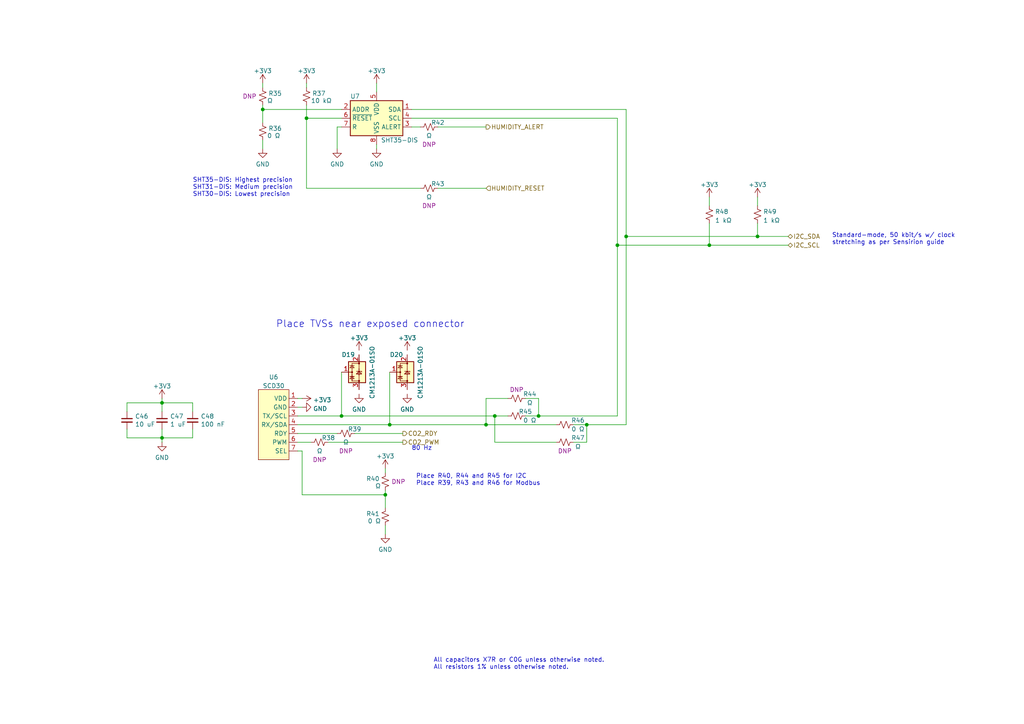
<source format=kicad_sch>
(kicad_sch (version 20211123) (generator eeschema)
  (paper "A4")
  (title_block (title "CANbus Acquisition Module") (date "2022-06-01") (rev "A1") (company "École de Technologie Supérieure - Laboratoire thermique et science du bâtiment (LTSB)") (comment 1 "Designer: Hugo Boyce"))
  (lib_symbols
    (symbol "CAN-Acquisition-Module:SCD30"
      (property "Reference" "U" (at 1.27 1.27 0))
      (property "Value" "SCD30" (at 6.35 -21.59 0))
      (symbol "SCD30_0_1"
        (rectangle (start 0 0) (end 8.89 -20.32) (stroke (width 0.1524)) (fill (type background)))
      )
      (symbol "SCD30_1_1"
        (pin power_in line (at 11.43 -2.54 180) (length 2.54) (name "VDD") (number "1"))
        (pin power_in line (at 11.43 -5.08 180) (length 2.54) (name "GND") (number "2"))
        (pin bidirectional line (at 11.43 -7.62 180) (length 2.54) (name "TX/SCL") (number "3"))
        (pin bidirectional line (at 11.43 -10.16 180) (length 2.54) (name "RX/SDA") (number "4"))
        (pin output line (at 11.43 -12.7 180) (length 2.54) (name "RDY") (number "5"))
        (pin output line (at 11.43 -15.24 180) (length 2.54) (name "PWM") (number "6"))
        (pin input line (at 11.43 -17.78 180) (length 2.54) (name "SEL") (number "7"))
      )
    )
    (symbol "Device:C_Small" (pin_numbers hide) (pin_names (offset 0.254) hide)
      (property "Reference" "C" (at 0.254 1.778 0))
      (property "Value" "C_Small" (at 0.254 -2.032 0))
      (symbol "C_Small_0_1"
        (polyline (pts (xy -1.524 -0.508) (xy 1.524 -0.508)) (stroke (width 0.3302)))
        (polyline (pts (xy -1.524 0.508) (xy 1.524 0.508)) (stroke (width 0.3048)))
      )
      (symbol "C_Small_1_1"
        (pin passive line (at 0 2.54 270) (length 2.032) (name "~") (number "1"))
        (pin passive line (at 0 -2.54 90) (length 2.032) (name "~") (number "2"))
      )
    )
    (symbol "Device:R_Small_US" (pin_numbers hide) (pin_names (offset 0.254) hide)
      (property "Reference" "R" (at 0.762 0.508 0))
      (property "Value" "R_Small_US" (at 0.762 -1.016 0))
      (symbol "R_Small_US_1_1"
        (polyline (pts (xy 0 0) (xy 1.016 -0.381) (xy 0 -0.762) (xy -1.016 -1.143) (xy 0 -1.524)))
        (polyline (pts (xy 0 1.524) (xy 1.016 1.143) (xy 0 0.762) (xy -1.016 0.381) (xy 0 0)))
        (pin passive line (at 0 2.54 270) (length 1.016) (name "~") (number "1"))
        (pin passive line (at 0 -2.54 90) (length 1.016) (name "~") (number "2"))
      )
    )
    (symbol "Power_Protection:CM1213A-01SO" (pin_names hide)
      (property "Reference" "D" (at 0 5.08 0))
      (property "Value" "CM1213A-01SO" (at 0 3.175 0))
      (symbol "CM1213A-01SO_0_1"
        (rectangle (start -3.048 -3.048) (end 3.048 1.905) (stroke (width 0.254)) (fill (type background)))
        (circle (center -2.54 0) (radius 0.2032) (fill (type outline)))
        (circle (center 0 -2.032) (radius 0.2032) (fill (type outline)))
        (polyline (pts (xy -2.54 -2.032) (xy -2.54 0)))
        (polyline (pts (xy -1.905 -2.667) (xy -1.905 -1.397)))
        (polyline (pts (xy -1.016 0) (xy -3.81 0)))
        (polyline (pts (xy -0.635 -2.032) (xy -2.54 -2.032)))
        (polyline (pts (xy -0.635 -2.032) (xy 0.635 -2.032)))
        (polyline (pts (xy -0.254 -0.762) (xy -0.254 0.762)))
        (polyline (pts (xy -0.254 0.762) (xy -0.254 0.762)))
        (polyline (pts (xy 0 -2.54) (xy 0 -2.032)))
        (polyline (pts (xy 0 0.762) (xy -0.254 0.762)))
        (polyline (pts (xy 0.889 0) (xy -1.016 0)))
        (polyline (pts (xy 0.889 0) (xy -1.016 0)))
        (polyline (pts (xy 0.889 0) (xy 2.54 0)))
        (polyline (pts (xy 1.27 -2.667) (xy 1.27 -1.397)))
        (polyline (pts (xy 1.27 -2.667) (xy 1.27 -1.397)))
        (polyline (pts (xy 2.54 -2.032) (xy 0.635 -2.032)))
        (polyline (pts (xy 2.54 -2.032) (xy 0.635 -2.032)))
        (polyline (pts (xy 2.54 -2.032) (xy 2.54 0)))
        (polyline (pts (xy -1.27 -2.667) (xy -1.27 -1.397) (xy -1.905 -2.032) (xy -1.27 -2.667)))
        (polyline (pts (xy 0.508 -0.762) (xy 0.508 0.762) (xy -0.254 0) (xy 0.508 -0.762)))
        (polyline (pts (xy 0.508 -0.762) (xy 0.508 0.762) (xy -0.254 0) (xy 0.508 -0.762)))
        (polyline (pts (xy 1.905 -2.667) (xy 1.905 -1.397) (xy 1.27 -2.032) (xy 1.905 -2.667)))
        (circle (center 2.54 0) (radius 0.2032) (fill (type outline)))
      )
      (symbol "CM1213A-01SO_1_1"
        (pin passive line (at 0 -5.08 90) (length 2.54) (name "CH1") (number "1"))
        (pin passive line (at -5.08 0 0) (length 2.54) (name "VP") (number "2"))
        (pin passive line (at 5.08 0 180) (length 2.54) (name "VN") (number "3"))
      )
    )
    (symbol "Sensor_Humidity:SHT35-DIS"
      (property "Reference" "U" (at -6.35 6.35 0))
      (property "Value" "SHT35-DIS" (at 6.35 6.35 0))
      (symbol "SHT35-DIS_0_1"
        (rectangle (start -7.62 5.08) (end 7.62 -5.08) (stroke (width 0.254)) (fill (type background)))
      )
      (symbol "SHT35-DIS_1_1"
        (pin bidirectional line (at 10.16 2.54 180) (length 2.54) (name "SDA") (number "1"))
        (pin input line (at -10.16 2.54 0) (length 2.54) (name "ADDR") (number "2"))
        (pin output line (at 10.16 -2.54 180) (length 2.54) (name "ALERT") (number "3"))
        (pin input line (at 10.16 0 180) (length 2.54) (name "SCL") (number "4"))
        (pin power_in line (at 0 7.62 270) (length 2.54) (name "VDD") (number "5"))
        (pin input line (at -10.16 0 0) (length 2.54) (name "~{RESET}") (number "6"))
        (pin passive line (at -10.16 -2.54 0) (length 2.54) (name "R") (number "7"))
        (pin power_in line (at 0 -7.62 90) (length 2.54) (name "VSS") (number "8"))
        (pin passive line (at 0 -7.62 90) (length 2.54) hide (name "VSS") (number "9"))
      )
    )
    (symbol "power:+3.3V" (power) (pin_names (offset 0))
      (property "Value" "+3.3V" (at 0 3.556 0))
      (symbol "+3.3V_0_1"
        (polyline (pts (xy -0.762 1.27) (xy 0 2.54)))
        (polyline (pts (xy 0 0) (xy 0 2.54)))
        (polyline (pts (xy 0 2.54) (xy 0.762 1.27)))
      )
      (symbol "+3.3V_1_1"
        (pin power_in line (at 0 0 90) (length 0) hide (name "+3V3") (number "1"))
      )
    )
    (symbol "power:GND" (power) (pin_names (offset 0))
      (property "Value" "GND" (at 0 -3.81 0))
      (symbol "GND_0_1"
        (polyline (pts (xy 0 0) (xy 0 -1.27) (xy 1.27 -1.27) (xy 0 -2.54) (xy -1.27 -1.27) (xy 0 -1.27)))
      )
      (symbol "GND_1_1"
        (pin power_in line (at 0 0 270) (length 0) hide (name "GND") (number "1"))
      )
    )
  )
  (junction (at 179.07 71.12))
  (junction (at 46.99 116.84))
  (junction (at 113.03 123.19))
  (junction (at 46.99 127))
  (junction (at 88.9 34.29))
  (junction (at 170.18 123.19))
  (junction (at 140.97 123.19))
  (junction (at 205.74 71.12))
  (junction (at 76.2 31.75))
  (junction (at 143.51 120.65))
  (junction (at 111.76 143.51))
  (junction (at 219.71 68.58))
  (junction (at 181.61 68.58))
  (junction (at 99.06 120.65))
  (junction (at 156.21 120.65))
  (wire (pts (xy 219.71 57.15) (xy 219.71 59.69)))
  (wire (pts (xy 46.99 127) (xy 46.99 124.46)))
  (wire (pts (xy 76.2 31.75) (xy 99.06 31.75)))
  (wire (pts (xy 205.74 71.12) (xy 228.6 71.12)))
  (wire (pts (xy 113.03 123.19) (xy 140.97 123.19)))
  (wire (pts (xy 87.63 118.11) (xy 86.36 118.11)))
  (wire (pts (xy 143.51 120.65) (xy 147.32 120.65)))
  (wire (pts (xy 179.07 71.12) (xy 205.74 71.12)))
  (wire (pts (xy 205.74 64.77) (xy 205.74 71.12)))
  (wire (pts (xy 55.88 116.84) (xy 46.99 116.84)))
  (wire (pts (xy 86.36 120.65) (xy 99.06 120.65)))
  (wire (pts (xy 76.2 31.75) (xy 76.2 35.56)))
  (wire (pts (xy 46.99 115.57) (xy 46.99 116.84)))
  (wire (pts (xy 76.2 40.64) (xy 76.2 43.18)))
  (wire (pts (xy 119.38 31.75) (xy 181.61 31.75)))
  (wire (pts (xy 87.63 130.81) (xy 87.63 143.51)))
  (wire (pts (xy 76.2 30.48) (xy 76.2 31.75)))
  (wire (pts (xy 119.38 36.83) (xy 121.92 36.83)))
  (wire (pts (xy 127 54.61) (xy 140.97 54.61)))
  (wire (pts (xy 88.9 30.48) (xy 88.9 34.29)))
  (wire (pts (xy 111.76 135.89) (xy 111.76 137.16)))
  (wire (pts (xy 181.61 31.75) (xy 181.61 68.58)))
  (wire (pts (xy 99.06 107.95) (xy 99.06 120.65)))
  (wire (pts (xy 95.25 128.27) (xy 116.84 128.27)))
  (wire (pts (xy 111.76 152.4) (xy 111.76 154.94)))
  (wire (pts (xy 109.22 24.13) (xy 109.22 26.67)))
  (wire (pts (xy 111.76 143.51) (xy 111.76 147.32)))
  (wire (pts (xy 179.07 71.12) (xy 179.07 120.65)))
  (wire (pts (xy 127 36.83) (xy 140.97 36.83)))
  (wire (pts (xy 181.61 68.58) (xy 181.61 123.19)))
  (wire (pts (xy 170.18 123.19) (xy 181.61 123.19)))
  (wire (pts (xy 99.06 120.65) (xy 143.51 120.65)))
  (wire (pts (xy 166.37 128.27) (xy 170.18 128.27)))
  (wire (pts (xy 102.87 125.73) (xy 116.84 125.73)))
  (wire (pts (xy 179.07 34.29) (xy 179.07 71.12)))
  (wire (pts (xy 86.36 123.19) (xy 113.03 123.19)))
  (wire (pts (xy 156.21 120.65) (xy 179.07 120.65)))
  (wire (pts (xy 156.21 120.65) (xy 156.21 115.57)))
  (wire (pts (xy 55.88 127) (xy 55.88 124.46)))
  (wire (pts (xy 36.83 116.84) (xy 46.99 116.84)))
  (wire (pts (xy 119.38 34.29) (xy 179.07 34.29)))
  (wire (pts (xy 36.83 119.38) (xy 36.83 116.84)))
  (wire (pts (xy 76.2 24.13) (xy 76.2 25.4)))
  (wire (pts (xy 88.9 54.61) (xy 121.92 54.61)))
  (wire (pts (xy 181.61 68.58) (xy 219.71 68.58)))
  (wire (pts (xy 205.74 57.15) (xy 205.74 59.69)))
  (wire (pts (xy 143.51 128.27) (xy 143.51 120.65)))
  (wire (pts (xy 46.99 127) (xy 55.88 127)))
  (wire (pts (xy 140.97 115.57) (xy 140.97 123.19)))
  (wire (pts (xy 219.71 68.58) (xy 228.6 68.58)))
  (wire (pts (xy 46.99 119.38) (xy 46.99 116.84)))
  (wire (pts (xy 87.63 143.51) (xy 111.76 143.51)))
  (wire (pts (xy 86.36 125.73) (xy 97.79 125.73)))
  (wire (pts (xy 166.37 123.19) (xy 170.18 123.19)))
  (wire (pts (xy 219.71 64.77) (xy 219.71 68.58)))
  (wire (pts (xy 88.9 24.13) (xy 88.9 25.4)))
  (wire (pts (xy 87.63 115.57) (xy 86.36 115.57)))
  (wire (pts (xy 36.83 127) (xy 36.83 124.46)))
  (wire (pts (xy 46.99 127) (xy 46.99 128.27)))
  (wire (pts (xy 161.29 128.27) (xy 143.51 128.27)))
  (wire (pts (xy 55.88 119.38) (xy 55.88 116.84)))
  (wire (pts (xy 99.06 36.83) (xy 97.79 36.83)))
  (wire (pts (xy 86.36 128.27) (xy 90.17 128.27)))
  (wire (pts (xy 86.36 130.81) (xy 87.63 130.81)))
  (wire (pts (xy 97.79 36.83) (xy 97.79 43.18)))
  (wire (pts (xy 99.06 34.29) (xy 88.9 34.29)))
  (wire (pts (xy 147.32 115.57) (xy 140.97 115.57)))
  (wire (pts (xy 170.18 128.27) (xy 170.18 123.19)))
  (wire (pts (xy 156.21 115.57) (xy 152.4 115.57)))
  (wire (pts (xy 111.76 142.24) (xy 111.76 143.51)))
  (wire (pts (xy 88.9 34.29) (xy 88.9 54.61)))
  (wire (pts (xy 109.22 41.91) (xy 109.22 43.18)))
  (wire (pts (xy 152.4 120.65) (xy 156.21 120.65)))
  (wire (pts (xy 113.03 107.95) (xy 113.03 123.19)))
  (wire (pts (xy 140.97 123.19) (xy 161.29 123.19)))
  (wire (pts (xy 46.99 127) (xy 36.83 127)))
  (text "80 Hz" (at 119.38 130.81 0) (effects (font (size 1.27 1.27)) (justify left bottom)))
  (text "SHT35-DIS: Highest precision\nSHT31-DIS: Medium precision\nSHT30-DIS: Lowest precision" (at 55.88 57.15 0) (effects (font (size 1.27 1.27)) (justify left bottom)))
  (text "All capacitors X7R or C0G unless otherwise noted.\nAll resistors 1% unless otherwise noted." (at 125.73 194.31 0) (effects (font (size 1.27 1.27)) (justify left bottom)))
  (text "Place R40, R44 and R45 for I2C\nPlace R39, R43 and R46 for Modbus" (at 120.65 140.97 0) (effects (font (size 1.27 1.27)) (justify left bottom)))
  (text "Standard-mode, 50 kbit/s w/ clock\nstretching as per Sensirion guide" (at 241.3 71.12 0) (effects (font (size 1.27 1.27)) (justify left bottom)))
  (text "Place TVSs near exposed connector" (at 80.01 95.25 0) (effects (font (size 2 2)) (justify left bottom)))
  (hierarchical_label "I2C_SDA" (shape bidirectional) (at 228.6 68.58 0))
  (hierarchical_label "CO2_PWM" (shape output) (at 116.84 128.27 0))
  (hierarchical_label "I2C_SCL" (shape bidirectional) (at 228.6 71.12 0))
  (hierarchical_label "HUMIDITY_RESET" (shape input) (at 140.97 54.61 0))
  (hierarchical_label "HUMIDITY_ALERT" (shape output) (at 140.97 36.83 0))
  (hierarchical_label "CO2_RDY" (shape output) (at 116.84 125.73 0))
  (symbol (lib_id "Power_Protection:CM1213A-01SO") (at 118.11 107.95 270) (unit 1)
    (property "Reference" "D20" (at 113.03 102.87 90) (effects (justify left)))
    (property "Value" "CM1213A-01SO" (at 121.92 100.33 0) (effects (justify left)))
    (property "Footprint" "Package_TO_SOT_SMD:SOT-23" (effects hide))
    (property "Datasheet" "http://www.onsemi.com/pub_link/Collateral/CM1213A-D.PDF" (effects hide))
  )
  (symbol (lib_id "power:+3.3V") (at 109.22 24.13 0) (unit 1)
    (property "Reference" "#PWR0127" (effects hide))
    (property "Value" "+3.3V" (at 109.22 20.5542 0))
  )
  (symbol (lib_id "power:GND") (at 87.63 118.11 90) (unit 1)
    (property "Reference" "#PWR0122" (effects hide))
    (property "Value" "GND" (at 90.805 118.5438 90) (effects (justify right)))
  )
  (symbol (lib_id "Device:R_Small_US") (at 92.71 128.27 90) (unit 1)
    (property "Reference" "R38" (at 95.25 127 90))
    (property "Value" "Ω" (at 92.71 130.81 90))
    (property "Footprint" "Resistor_SMD:R_0603_1608Metric" (effects hide))
    (property "Do Not Place" "DNP" (at 92.71 133.3469 90))
  )
  (symbol (lib_id "Device:C_Small") (at 55.88 121.92 0) (unit 1)
    (property "Reference" "C48" (at 58.2168 120.7516 0) (effects (justify left)))
    (property "Value" "100 nF" (at 58.2168 123.063 0) (effects (justify left)))
    (property "Footprint" "Capacitor_SMD:C_0402_1005Metric" (effects hide))
    (property "Mfr." "KYOCERA AVX " (effects hide))
    (property "P/N" "0402YC104KAT2A" (effects hide))
    (property "Rated Voltage" "16V" (effects hide))
  )
  (symbol (lib_id "power:GND") (at 111.76 154.94 0) (mirror y) (unit 1)
    (property "Reference" "#PWR0130" (effects hide))
    (property "Value" "GND" (at 111.76 159.3834 0))
  )
  (symbol (lib_id "Power_Protection:CM1213A-01SO") (at 104.14 107.95 270) (unit 1)
    (property "Reference" "D19" (at 99.06 102.87 90) (effects (justify left)))
    (property "Value" "CM1213A-01SO" (at 107.95 100.33 0) (effects (justify left)))
    (property "Footprint" "Package_TO_SOT_SMD:SOT-23" (effects hide))
    (property "Datasheet" "http://www.onsemi.com/pub_link/Collateral/CM1213A-D.PDF" (effects hide))
  )
  (symbol (lib_id "Device:R_Small_US") (at 163.83 123.19 90) (unit 1)
    (property "Reference" "R46" (at 167.64 121.92 90))
    (property "Value" "0 Ω" (at 167.64 124.46 90))
    (property "Footprint" "Resistor_SMD:R_0603_1608Metric" (effects hide))
  )
  (symbol (lib_id "Device:R_Small_US") (at 149.86 120.65 90) (unit 1)
    (property "Reference" "R45" (at 152.4 119.38 90))
    (property "Value" "0 Ω" (at 153.67 121.92 90))
    (property "Footprint" "Resistor_SMD:R_0603_1608Metric" (effects hide))
  )
  (symbol (lib_id "CAN-Acquisition-Module:SCD30") (at 74.93 113.03 0) (unit 1)
    (property "Reference" "U6" (at 79.375 109.381 0))
    (property "Value" "SCD30" (at 79.375 111.9179 0))
    (property "Footprint" "CAN-Acquisition-Module:SCD30" (effects hide))
    (property "Datasheet" "https://sensirion.com/media/documents/4EAF6AF8/61652C3C/Sensirion_CO2_Sensors_SCD30_Datasheet.pdf" (effects hide))
  )
  (symbol (lib_id "Device:R_Small_US") (at 124.46 36.83 90) (unit 1)
    (property "Reference" "R42" (at 127 35.56 90))
    (property "Value" "Ω" (at 124.46 39.37 90))
    (property "Footprint" "Resistor_SMD:R_0603_1608Metric" (effects hide))
    (property "Do Not Place" "DNP" (at 124.46 41.91 90))
  )
  (symbol (lib_id "power:GND") (at 76.2 43.18 0) (unit 1)
    (property "Reference" "#PWR0120" (effects hide))
    (property "Value" "GND" (at 76.2 47.6234 0))
  )
  (symbol (lib_id "Device:R_Small_US") (at 205.74 62.23 0) (unit 1)
    (property "Reference" "R48" (at 207.391 61.3953 0) (effects (justify left)))
    (property "Value" "1 kΩ" (at 207.391 63.9322 0) (effects (justify left)))
    (property "Footprint" "Resistor_SMD:R_0603_1608Metric" (effects hide))
  )
  (symbol (lib_id "power:GND") (at 109.22 43.18 0) (unit 1)
    (property "Reference" "#PWR0128" (effects hide))
    (property "Value" "GND" (at 109.22 47.6234 0))
  )
  (symbol (lib_id "Device:R_Small_US") (at 76.2 27.94 0) (unit 1)
    (property "Reference" "R35" (at 77.851 27.1053 0) (effects (justify left)))
    (property "Value" "Ω" (at 77.47 29.21 0) (effects (justify left)))
    (property "Footprint" "Resistor_SMD:R_0603_1608Metric" (effects hide))
    (property "Do Not Place" "DNP" (at 72.39 27.94 0))
  )
  (symbol (lib_id "power:+3.3V") (at 219.71 57.15 0) (unit 1)
    (property "Reference" "#PWR0134" (effects hide))
    (property "Value" "+3.3V" (at 219.71 53.5742 0))
  )
  (symbol (lib_id "power:GND") (at 46.99 128.27 0) (unit 1)
    (property "Reference" "#PWR0118" (effects hide))
    (property "Value" "GND" (at 46.99 132.7134 0))
  )
  (symbol (lib_id "power:GND") (at 118.11 114.3 0) (unit 1)
    (property "Reference" "#PWR0132" (effects hide))
    (property "Value" "GND" (at 118.11 118.7434 0))
  )
  (symbol (lib_id "Device:R_Small_US") (at 100.33 125.73 90) (unit 1)
    (property "Reference" "R39" (at 102.87 124.46 90))
    (property "Value" "Ω" (at 100.33 128.27 90))
    (property "Footprint" "Resistor_SMD:R_0603_1608Metric" (effects hide))
    (property "Do Not Place" "DNP" (at 100.33 130.81 90))
  )
  (symbol (lib_id "Device:R_Small_US") (at 111.76 139.7 0) (mirror y) (unit 1)
    (property "Reference" "R40" (at 110.109 138.8653 0) (effects (justify left)))
    (property "Value" "Ω" (at 110.49 140.97 0) (effects (justify left)))
    (property "Footprint" "Resistor_SMD:R_0603_1608Metric" (effects hide))
    (property "Do Not Place" "DNP" (at 115.57 139.7 0))
  )
  (symbol (lib_id "Device:R_Small_US") (at 76.2 38.1 0) (unit 1)
    (property "Reference" "R36" (at 77.851 37.2653 0) (effects (justify left)))
    (property "Value" "0 Ω" (at 77.47 39.37 0) (effects (justify left)))
    (property "Footprint" "Resistor_SMD:R_0603_1608Metric" (effects hide))
  )
  (symbol (lib_id "Device:R_Small_US") (at 149.86 115.57 90) (unit 1)
    (property "Reference" "R44" (at 153.67 114.3 90))
    (property "Value" "Ω" (at 153.67 116.84 90))
    (property "Footprint" "Resistor_SMD:R_0603_1608Metric" (effects hide))
    (property "Do Not Place" "DNP" (at 149.86 113.03 90))
  )
  (symbol (lib_id "Device:C_Small") (at 36.83 121.92 0) (unit 1)
    (property "Reference" "C46" (at 39.1668 120.7516 0) (effects (justify left)))
    (property "Value" "10 uF" (at 39.1668 123.063 0) (effects (justify left)))
    (property "Footprint" "Capacitor_SMD:C_0805_2012Metric" (effects hide))
    (property "Mfr." "TDK Corporation " (effects hide))
    (property "P/N" "C2012X7R0J106K125AB" (effects hide))
    (property "Rated Voltage" "6.3V" (effects hide))
  )
  (symbol (lib_id "Device:C_Small") (at 46.99 121.92 0) (unit 1)
    (property "Reference" "C47" (at 49.3268 120.7516 0) (effects (justify left)))
    (property "Value" "1 uF" (at 49.3268 123.063 0) (effects (justify left)))
    (property "Footprint" "Capacitor_SMD:C_0603_1608Metric" (effects hide))
    (property "Mfr." "Samsung Electro-Mechanics " (effects hide))
    (property "P/N" "CL10B105KA8NNNC" (effects hide))
    (property "Rated Voltage" "25V" (effects hide))
  )
  (symbol (lib_id "Sensor_Humidity:SHT35-DIS") (at 109.22 34.29 0) (unit 1)
    (property "Reference" "U7" (at 101.6 27.94 0) (effects (justify left)))
    (property "Value" "SHT35-DIS" (at 110.49 40.64 0) (effects (justify left)))
    (property "Footprint" "CAN-Acquisition-Module:Sensirion_DFN-8-1EP_2.5x2.5mm_P0.5mm_EP1.1x1.7mm" (effects hide))
    (property "Datasheet" "https://www.sensirion.com/fileadmin/user_upload/customers/sensirion/Dokumente/2_Humidity_Sensors/Datasheets/Sensirion_Humidity_Sensors_SHT3x_Datasheet_digital.pdf" (effects hide))
  )
  (symbol (lib_id "power:GND") (at 104.14 114.3 0) (unit 1)
    (property "Reference" "#PWR0126" (effects hide))
    (property "Value" "GND" (at 104.14 118.7434 0))
  )
  (symbol (lib_id "power:+3.3V") (at 111.76 135.89 0) (mirror y) (unit 1)
    (property "Reference" "#PWR0129" (effects hide))
    (property "Value" "+3.3V" (at 111.76 132.3142 0))
  )
  (symbol (lib_id "Device:R_Small_US") (at 219.71 62.23 0) (unit 1)
    (property "Reference" "R49" (at 221.361 61.3953 0) (effects (justify left)))
    (property "Value" "1 kΩ" (at 221.361 63.9322 0) (effects (justify left)))
    (property "Footprint" "Resistor_SMD:R_0603_1608Metric" (effects hide))
  )
  (symbol (lib_id "Device:R_Small_US") (at 163.83 128.27 90) (unit 1)
    (property "Reference" "R47" (at 167.64 127 90))
    (property "Value" "Ω" (at 167.64 129.54 90))
    (property "Footprint" "Resistor_SMD:R_0603_1608Metric" (effects hide))
    (property "Do Not Place" "DNP" (at 163.83 130.81 90))
  )
  (symbol (lib_id "power:+3.3V") (at 104.14 101.6 0) (unit 1)
    (property "Reference" "#PWR0125" (effects hide))
    (property "Value" "+3.3V" (at 104.14 98.0242 0))
  )
  (symbol (lib_id "power:+3.3V") (at 118.11 101.6 0) (unit 1)
    (property "Reference" "#PWR0131" (effects hide))
    (property "Value" "+3.3V" (at 118.11 98.0242 0))
  )
  (symbol (lib_id "power:+3.3V") (at 76.2 24.13 0) (unit 1)
    (property "Reference" "#PWR0119" (effects hide))
    (property "Value" "+3.3V" (at 76.2 20.5542 0))
  )
  (symbol (lib_id "Device:R_Small_US") (at 124.46 54.61 90) (unit 1)
    (property "Reference" "R43" (at 127 53.34 90))
    (property "Value" "Ω" (at 124.46 57.15 90))
    (property "Footprint" "Resistor_SMD:R_0603_1608Metric" (effects hide))
    (property "Do Not Place" "DNP" (at 124.46 59.6869 90))
  )
  (symbol (lib_id "power:+3.3V") (at 87.63 115.57 270) (unit 1)
    (property "Reference" "#PWR0121" (effects hide))
    (property "Value" "+3.3V" (at 90.805 116.0038 90) (effects (justify left)))
  )
  (symbol (lib_id "Device:R_Small_US") (at 88.9 27.94 0) (unit 1)
    (property "Reference" "R37" (at 90.551 27.1053 0) (effects (justify left)))
    (property "Value" "10 kΩ" (at 90.17 29.21 0) (effects (justify left)))
    (property "Footprint" "Resistor_SMD:R_0603_1608Metric" (effects hide))
  )
  (symbol (lib_id "power:+3.3V") (at 88.9 24.13 0) (unit 1)
    (property "Reference" "#PWR0123" (effects hide))
    (property "Value" "+3.3V" (at 88.9 20.5542 0))
  )
  (symbol (lib_id "power:GND") (at 97.79 43.18 0) (unit 1)
    (property "Reference" "#PWR0124" (effects hide))
    (property "Value" "GND" (at 97.79 47.6234 0))
  )
  (symbol (lib_id "Device:R_Small_US") (at 111.76 149.86 0) (mirror y) (unit 1)
    (property "Reference" "R41" (at 110.109 149.0253 0) (effects (justify left)))
    (property "Value" "0 Ω" (at 110.49 151.13 0) (effects (justify left)))
    (property "Footprint" "Resistor_SMD:R_0603_1608Metric" (effects hide))
  )
  (symbol (lib_id "power:+3.3V") (at 46.99 115.57 0) (unit 1)
    (property "Reference" "#PWR0117" (effects hide))
    (property "Value" "+3.3V" (at 46.99 111.9942 0))
  )
  (symbol (lib_id "power:+3.3V") (at 205.74 57.15 0) (unit 1)
    (property "Reference" "#PWR0133" (effects hide))
    (property "Value" "+3.3V" (at 205.74 53.5742 0))
  )
)
</source>
